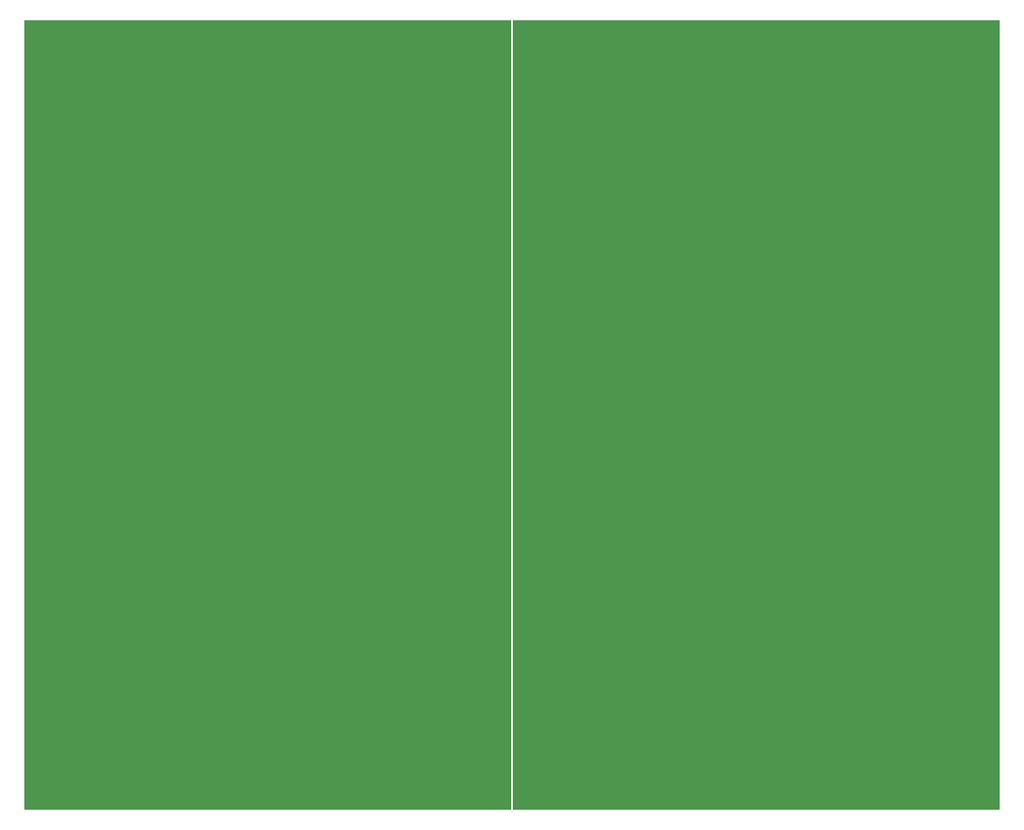
<source format=gbs>
%MOIN*%
%OFA0B0*%
%FSLAX25Y25*%
%IPPOS*%
%LPD*%
%AMOC8*
5,1,8,0,0,$1,22.5*%
%AMOC80*
5,1,8,0,0,$1,22.5*%
%ADD10R,2X3.25*%
%ADD11C,0.006000000000000001*%
%ADD22R,2X3.25*%
%ADD23C,0.006000000000000001*%
G75*
%LPD*%
D10*
X-0003937Y0070866D02*
X0097062Y0234366D03*
D11*
X0003649Y0081460D02*
X0004505Y0080317D01*
X0005513Y0079309D01*
X0006655Y0078452D01*
X0007908Y0077769D01*
X0009245Y0077271D01*
X0010639Y0076968D01*
X0012062Y0076866D01*
X0182062Y0076866D01*
X0183485Y0076968D01*
X0184878Y0077271D01*
X0186216Y0077769D01*
X0187468Y0078452D01*
X0188611Y0079309D01*
X0189619Y0080317D01*
X0190475Y0081460D01*
X0191157Y0082712D01*
X0191657Y0084049D01*
X0191960Y0085443D01*
X0192062Y0086866D01*
X0192062Y0381866D01*
X0191960Y0383289D01*
X0191657Y0384683D01*
X0191157Y0386020D01*
X0190475Y0387272D01*
X0189619Y0388415D01*
X0188611Y0389423D01*
X0187468Y0390279D01*
X0186216Y0390962D01*
X0184878Y0391461D01*
X0183485Y0391764D01*
X0182062Y0391866D01*
X0012062Y0391866D01*
X0010639Y0391764D01*
X0009245Y0391461D01*
X0007908Y0390962D01*
X0006655Y0390279D01*
X0005513Y0389423D01*
X0004505Y0388415D01*
X0003649Y0387272D01*
X0002966Y0386020D01*
X0002467Y0384683D01*
X0002164Y0383289D01*
X0002062Y0381866D01*
X0002062Y0086866D01*
X0002164Y0085443D01*
X0002467Y0084049D01*
X0002966Y0082712D01*
X0003649Y0081460D01*
X0003543Y0081654D02*
X0190581Y0081654D01*
X0190908Y0082253D02*
X0003216Y0082253D01*
X0002914Y0082851D02*
X0191210Y0082851D01*
X0191433Y0083450D02*
X0002690Y0083450D01*
X0002467Y0084047D02*
X0191657Y0084047D01*
X0191786Y0084646D02*
X0002337Y0084646D01*
X0002207Y0085245D02*
X0191917Y0085245D01*
X0191989Y0085844D02*
X0002134Y0085844D01*
X0002091Y0086442D02*
X0192032Y0086442D01*
X0192062Y0087041D02*
X0002062Y0087041D01*
X0002062Y0087639D02*
X0192062Y0087639D01*
X0192062Y0088238D02*
X0002062Y0088238D01*
X0002062Y0088836D02*
X0192062Y0088836D01*
X0192062Y0089434D02*
X0002062Y0089434D01*
X0002062Y0090033D02*
X0192062Y0090033D01*
X0192062Y0090632D02*
X0002062Y0090632D01*
X0002062Y0091230D02*
X0192062Y0091230D01*
X0192062Y0091829D02*
X0002062Y0091829D01*
X0002062Y0092427D02*
X0192062Y0092427D01*
X0192062Y0093026D02*
X0002062Y0093026D01*
X0002062Y0093624D02*
X0192062Y0093624D01*
X0192062Y0094223D02*
X0002062Y0094223D01*
X0002062Y0094821D02*
X0192062Y0094821D01*
X0192062Y0095420D02*
X0002062Y0095420D01*
X0002062Y0096018D02*
X0192062Y0096018D01*
X0192062Y0096617D02*
X0002062Y0096617D01*
X0002062Y0097215D02*
X0192062Y0097215D01*
X0192062Y0097814D02*
X0002062Y0097814D01*
X0002062Y0098411D02*
X0192062Y0098411D01*
X0192062Y0099011D02*
X0002062Y0099011D01*
X0002062Y0099609D02*
X0192062Y0099609D01*
X0192062Y0100208D02*
X0002062Y0100208D01*
X0002062Y0100806D02*
X0192062Y0100806D01*
X0192062Y0101404D02*
X0002062Y0101404D01*
X0002062Y0102003D02*
X0192062Y0102003D01*
X0192062Y0102602D02*
X0002062Y0102602D01*
X0002062Y0103200D02*
X0192062Y0103200D01*
X0192062Y0103799D02*
X0002062Y0103799D01*
X0002062Y0104397D02*
X0192062Y0104397D01*
X0192062Y0104996D02*
X0002062Y0104996D01*
X0002062Y0105595D02*
X0192062Y0105595D01*
X0192062Y0106193D02*
X0002062Y0106193D01*
X0002062Y0106792D02*
X0192062Y0106792D01*
X0192062Y0107390D02*
X0002062Y0107390D01*
X0002062Y0107989D02*
X0192062Y0107989D01*
X0192062Y0108586D02*
X0002062Y0108586D01*
X0002062Y0109186D02*
X0192062Y0109186D01*
X0192062Y0109783D02*
X0002062Y0109783D01*
X0002062Y0110383D02*
X0192062Y0110383D01*
X0192062Y0110981D02*
X0002062Y0110981D01*
X0002062Y0111579D02*
X0192062Y0111579D01*
X0192062Y0112178D02*
X0002062Y0112178D01*
X0002062Y0112777D02*
X0192062Y0112777D01*
X0192062Y0113375D02*
X0002062Y0113375D01*
X0002062Y0113974D02*
X0192062Y0113974D01*
X0192062Y0114572D02*
X0002062Y0114572D01*
X0002062Y0115171D02*
X0192062Y0115171D01*
X0192062Y0115769D02*
X0002062Y0115769D01*
X0002062Y0116368D02*
X0192062Y0116368D01*
X0192062Y0116965D02*
X0002062Y0116965D01*
X0002062Y0117565D02*
X0192062Y0117565D01*
X0192062Y0118163D02*
X0002062Y0118163D01*
X0002062Y0118761D02*
X0192062Y0118761D01*
X0192062Y0119360D02*
X0002062Y0119360D01*
X0002062Y0119959D02*
X0192062Y0119959D01*
X0192062Y0120557D02*
X0002062Y0120557D01*
X0002062Y0121156D02*
X0192062Y0121156D01*
X0192062Y0121754D02*
X0002062Y0121754D01*
X0002062Y0122353D02*
X0192062Y0122353D01*
X0192062Y0122951D02*
X0002062Y0122951D01*
X0002062Y0123550D02*
X0192062Y0123550D01*
X0192062Y0124147D02*
X0002062Y0124147D01*
X0002062Y0124747D02*
X0192062Y0124747D01*
X0192062Y0125345D02*
X0002062Y0125345D01*
X0002062Y0125943D02*
X0192062Y0125943D01*
X0192062Y0126542D02*
X0002062Y0126542D01*
X0002062Y0127141D02*
X0192062Y0127141D01*
X0192062Y0127739D02*
X0002062Y0127739D01*
X0002062Y0128338D02*
X0192062Y0128338D01*
X0192062Y0128936D02*
X0002062Y0128936D01*
X0002062Y0129535D02*
X0192062Y0129535D01*
X0192062Y0130134D02*
X0002062Y0130134D01*
X0002062Y0130732D02*
X0192062Y0130732D01*
X0192062Y0131331D02*
X0002062Y0131331D01*
X0002062Y0131929D02*
X0192062Y0131929D01*
X0192062Y0132528D02*
X0002062Y0132528D01*
X0002062Y0133126D02*
X0192062Y0133126D01*
X0192062Y0133725D02*
X0002062Y0133725D01*
X0002062Y0134323D02*
X0192062Y0134323D01*
X0192062Y0134922D02*
X0002062Y0134922D01*
X0002062Y0135519D02*
X0192062Y0135519D01*
X0192062Y0136119D02*
X0002062Y0136119D01*
X0002062Y0136717D02*
X0192062Y0136717D01*
X0192062Y0137316D02*
X0002062Y0137316D01*
X0002062Y0137914D02*
X0192062Y0137914D01*
X0192062Y0138513D02*
X0002062Y0138513D01*
X0002062Y0139110D02*
X0192062Y0139110D01*
X0192062Y0139710D02*
X0002062Y0139710D01*
X0002062Y0140308D02*
X0192062Y0140308D01*
X0192062Y0140907D02*
X0002062Y0140907D01*
X0002062Y0141505D02*
X0192062Y0141505D01*
X0192062Y0142104D02*
X0002062Y0142104D01*
X0002062Y0142702D02*
X0192062Y0142702D01*
X0192062Y0143301D02*
X0002062Y0143301D01*
X0002062Y0143899D02*
X0192062Y0143899D01*
X0192062Y0144498D02*
X0002062Y0144498D01*
X0002062Y0145096D02*
X0192062Y0145096D01*
X0192062Y0145695D02*
X0002062Y0145695D01*
X0002062Y0146293D02*
X0192062Y0146293D01*
X0192062Y0146892D02*
X0002062Y0146892D01*
X0002062Y0147490D02*
X0192062Y0147490D01*
X0192062Y0148089D02*
X0002062Y0148089D01*
X0002062Y0148687D02*
X0192062Y0148687D01*
X0192062Y0149286D02*
X0002062Y0149286D01*
X0002062Y0149884D02*
X0192062Y0149884D01*
X0192062Y0150482D02*
X0002062Y0150482D01*
X0002062Y0151081D02*
X0192062Y0151081D01*
X0192062Y0151680D02*
X0002062Y0151680D01*
X0002062Y0152278D02*
X0192062Y0152278D01*
X0192062Y0152877D02*
X0002062Y0152877D01*
X0002062Y0153475D02*
X0192062Y0153475D01*
X0192062Y0154073D02*
X0002062Y0154073D01*
X0002062Y0154672D02*
X0192062Y0154672D01*
X0192062Y0155271D02*
X0002062Y0155271D01*
X0002062Y0155869D02*
X0192062Y0155869D01*
X0192062Y0156468D02*
X0002062Y0156468D01*
X0002062Y0157067D02*
X0192062Y0157067D01*
X0192062Y0157665D02*
X0002062Y0157665D01*
X0002062Y0158264D02*
X0192062Y0158264D01*
X0192062Y0158862D02*
X0002062Y0158862D01*
X0002062Y0159461D02*
X0192062Y0159461D01*
X0192062Y0160059D02*
X0002062Y0160059D01*
X0002062Y0160658D02*
X0192062Y0160658D01*
X0192062Y0161256D02*
X0002062Y0161256D01*
X0002062Y0161855D02*
X0192062Y0161855D01*
X0192062Y0162453D02*
X0002062Y0162453D01*
X0002062Y0163052D02*
X0192062Y0163052D01*
X0192062Y0163649D02*
X0002062Y0163649D01*
X0002062Y0164249D02*
X0192062Y0164249D01*
X0192062Y0164847D02*
X0002062Y0164847D01*
X0002062Y0165446D02*
X0192062Y0165446D01*
X0192062Y0166044D02*
X0002062Y0166044D01*
X0002062Y0166643D02*
X0192062Y0166643D01*
X0192062Y0167241D02*
X0002062Y0167241D01*
X0002062Y0167840D02*
X0192062Y0167840D01*
X0192062Y0168438D02*
X0002062Y0168438D01*
X0002062Y0169037D02*
X0192062Y0169037D01*
X0192062Y0169635D02*
X0002062Y0169635D01*
X0002062Y0170234D02*
X0192062Y0170234D01*
X0192062Y0170832D02*
X0002062Y0170832D01*
X0002062Y0171431D02*
X0192062Y0171431D01*
X0192062Y0172029D02*
X0002062Y0172029D01*
X0002062Y0172628D02*
X0192062Y0172628D01*
X0192062Y0173226D02*
X0002062Y0173226D01*
X0002062Y0173825D02*
X0192062Y0173825D01*
X0192062Y0174423D02*
X0002062Y0174423D01*
X0002062Y0175022D02*
X0192062Y0175022D01*
X0192062Y0175620D02*
X0002062Y0175620D01*
X0002062Y0176219D02*
X0192062Y0176219D01*
X0192062Y0176817D02*
X0002062Y0176817D01*
X0002062Y0177416D02*
X0192062Y0177416D01*
X0192062Y0178014D02*
X0002062Y0178014D01*
X0002062Y0178612D02*
X0192062Y0178612D01*
X0192062Y0179211D02*
X0002062Y0179211D01*
X0002062Y0179810D02*
X0192062Y0179810D01*
X0192062Y0180408D02*
X0002062Y0180408D01*
X0002062Y0181007D02*
X0192062Y0181007D01*
X0192062Y0181605D02*
X0002062Y0181605D01*
X0002062Y0182204D02*
X0192062Y0182204D01*
X0192062Y0182803D02*
X0002062Y0182803D01*
X0002062Y0183401D02*
X0192062Y0183401D01*
X0192062Y0184000D02*
X0002062Y0184000D01*
X0002062Y0184598D02*
X0192062Y0184598D01*
X0192062Y0185197D02*
X0002062Y0185197D01*
X0002062Y0185795D02*
X0192062Y0185795D01*
X0192062Y0186394D02*
X0002062Y0186394D01*
X0002062Y0186992D02*
X0192062Y0186992D01*
X0192062Y0187591D02*
X0002062Y0187591D01*
X0002062Y0188189D02*
X0192062Y0188189D01*
X0192062Y0188788D02*
X0002062Y0188788D01*
X0002062Y0189386D02*
X0192062Y0189386D01*
X0192062Y0189985D02*
X0002062Y0189985D01*
X0002062Y0190583D02*
X0192062Y0190583D01*
X0192062Y0191182D02*
X0002062Y0191182D01*
X0002062Y0191780D02*
X0192062Y0191780D01*
X0192062Y0192379D02*
X0002062Y0192379D01*
X0002062Y0192977D02*
X0192062Y0192977D01*
X0192062Y0193575D02*
X0002062Y0193575D01*
X0002062Y0194174D02*
X0192062Y0194174D01*
X0192062Y0194773D02*
X0002062Y0194773D01*
X0002062Y0195371D02*
X0192062Y0195371D01*
X0192062Y0195970D02*
X0002062Y0195970D01*
X0002062Y0196568D02*
X0192062Y0196568D01*
X0192062Y0197166D02*
X0002062Y0197166D01*
X0002062Y0197765D02*
X0192062Y0197765D01*
X0192062Y0198364D02*
X0002062Y0198364D01*
X0002062Y0198962D02*
X0192062Y0198962D01*
X0192062Y0199561D02*
X0002062Y0199561D01*
X0002062Y0200159D02*
X0192062Y0200159D01*
X0192062Y0200758D02*
X0002062Y0200758D01*
X0002062Y0201356D02*
X0192062Y0201356D01*
X0192062Y0201955D02*
X0002062Y0201955D01*
X0002062Y0202552D02*
X0192062Y0202552D01*
X0192062Y0203152D02*
X0002062Y0203152D01*
X0002062Y0203750D02*
X0192062Y0203750D01*
X0192062Y0204348D02*
X0002062Y0204348D01*
X0002062Y0204947D02*
X0192062Y0204947D01*
X0192062Y0205546D02*
X0002062Y0205546D01*
X0002062Y0206144D02*
X0192062Y0206144D01*
X0192062Y0206743D02*
X0002062Y0206743D01*
X0002062Y0207341D02*
X0192062Y0207341D01*
X0192062Y0207940D02*
X0002062Y0207940D01*
X0002062Y0208537D02*
X0192062Y0208537D01*
X0192062Y0209137D02*
X0002062Y0209137D01*
X0002062Y0209736D02*
X0192062Y0209736D01*
X0192062Y0210334D02*
X0002062Y0210334D01*
X0002062Y0210933D02*
X0192062Y0210933D01*
X0192062Y0211531D02*
X0002062Y0211531D01*
X0002062Y0212130D02*
X0192062Y0212130D01*
X0192062Y0212727D02*
X0002062Y0212727D01*
X0002062Y0213327D02*
X0192062Y0213327D01*
X0192062Y0213925D02*
X0002062Y0213925D01*
X0002062Y0214523D02*
X0192062Y0214523D01*
X0192062Y0215122D02*
X0002062Y0215122D01*
X0002062Y0215721D02*
X0192062Y0215721D01*
X0192062Y0216319D02*
X0002062Y0216319D01*
X0002062Y0216918D02*
X0192062Y0216918D01*
X0192062Y0217516D02*
X0002062Y0217516D01*
X0002062Y0218115D02*
X0192062Y0218115D01*
X0192062Y0218712D02*
X0002062Y0218712D01*
X0002062Y0219312D02*
X0192062Y0219312D01*
X0192062Y0219910D02*
X0002062Y0219910D01*
X0002062Y0220509D02*
X0192062Y0220509D01*
X0192062Y0221107D02*
X0002062Y0221107D01*
X0002062Y0221706D02*
X0192062Y0221706D01*
X0192062Y0222304D02*
X0002062Y0222304D01*
X0002062Y0222902D02*
X0192062Y0222902D01*
X0192062Y0223501D02*
X0002062Y0223501D01*
X0002062Y0224100D02*
X0192062Y0224100D01*
X0192062Y0224698D02*
X0002062Y0224698D01*
X0002062Y0225297D02*
X0192062Y0225297D01*
X0192062Y0225895D02*
X0002062Y0225895D01*
X0002062Y0226494D02*
X0192062Y0226494D01*
X0192062Y0227091D02*
X0002062Y0227091D01*
X0002062Y0227691D02*
X0192062Y0227691D01*
X0192062Y0228289D02*
X0002062Y0228289D01*
X0002062Y0228887D02*
X0192062Y0228887D01*
X0192062Y0229486D02*
X0002062Y0229486D01*
X0002062Y0230085D02*
X0192062Y0230085D01*
X0192062Y0230683D02*
X0002062Y0230683D01*
X0002062Y0231282D02*
X0192062Y0231282D01*
X0192062Y0231880D02*
X0002062Y0231880D01*
X0002062Y0232479D02*
X0192062Y0232479D01*
X0192062Y0233076D02*
X0002062Y0233076D01*
X0002062Y0233676D02*
X0192062Y0233676D01*
X0192062Y0234274D02*
X0002062Y0234274D01*
X0002062Y0234873D02*
X0192062Y0234873D01*
X0192062Y0235471D02*
X0002062Y0235471D01*
X0002062Y0236070D02*
X0192062Y0236070D01*
X0192062Y0236669D02*
X0002062Y0236669D01*
X0002062Y0237266D02*
X0192062Y0237266D01*
X0192062Y0237866D02*
X0002062Y0237866D01*
X0002062Y0238464D02*
X0192062Y0238464D01*
X0192062Y0239062D02*
X0002062Y0239062D01*
X0002062Y0239661D02*
X0192062Y0239661D01*
X0192062Y0240260D02*
X0002062Y0240260D01*
X0002062Y0240858D02*
X0192062Y0240858D01*
X0192062Y0241457D02*
X0002062Y0241457D01*
X0002062Y0242055D02*
X0192062Y0242055D01*
X0192062Y0242654D02*
X0002062Y0242654D01*
X0002062Y0243251D02*
X0192062Y0243251D01*
X0192062Y0243851D02*
X0002062Y0243851D01*
X0002062Y0244449D02*
X0192062Y0244449D01*
X0192062Y0245048D02*
X0002062Y0245048D01*
X0002062Y0245646D02*
X0192062Y0245646D01*
X0192062Y0246245D02*
X0002062Y0246245D01*
X0002062Y0246843D02*
X0192062Y0246843D01*
X0192062Y0247441D02*
X0002062Y0247441D01*
X0002062Y0248040D02*
X0192062Y0248040D01*
X0192062Y0248639D02*
X0002062Y0248639D01*
X0002062Y0249237D02*
X0192062Y0249237D01*
X0192062Y0249836D02*
X0002062Y0249836D01*
X0002062Y0250434D02*
X0192062Y0250434D01*
X0192062Y0251033D02*
X0002062Y0251033D01*
X0002062Y0251630D02*
X0192062Y0251630D01*
X0192062Y0252230D02*
X0002062Y0252230D01*
X0002062Y0252828D02*
X0192062Y0252828D01*
X0192062Y0253426D02*
X0002062Y0253426D01*
X0002062Y0254025D02*
X0192062Y0254025D01*
X0192062Y0254624D02*
X0002062Y0254624D01*
X0002062Y0255221D02*
X0192062Y0255221D01*
X0192062Y0255821D02*
X0002062Y0255821D01*
X0002062Y0256419D02*
X0192062Y0256419D01*
X0192062Y0257018D02*
X0002062Y0257018D01*
X0002062Y0257615D02*
X0192062Y0257615D01*
X0192062Y0258215D02*
X0002062Y0258215D01*
X0002062Y0258813D02*
X0192062Y0258813D01*
X0192062Y0259412D02*
X0002062Y0259412D01*
X0002062Y0260010D02*
X0192062Y0260010D01*
X0192062Y0260608D02*
X0002062Y0260608D01*
X0002062Y0261207D02*
X0192062Y0261207D01*
X0192062Y0261805D02*
X0002062Y0261805D01*
X0002062Y0262405D02*
X0192062Y0262405D01*
X0192062Y0263003D02*
X0002062Y0263003D01*
X0002062Y0263602D02*
X0192062Y0263602D01*
X0192062Y0264200D02*
X0002062Y0264200D01*
X0002062Y0264799D02*
X0192062Y0264799D01*
X0192062Y0265397D02*
X0002062Y0265397D01*
X0002062Y0265996D02*
X0192062Y0265996D01*
X0192062Y0266593D02*
X0002062Y0266593D01*
X0002062Y0267193D02*
X0192062Y0267193D01*
X0192062Y0267791D02*
X0002062Y0267791D01*
X0002062Y0268390D02*
X0192062Y0268390D01*
X0192062Y0268988D02*
X0002062Y0268988D01*
X0002062Y0269587D02*
X0192062Y0269587D01*
X0192062Y0270185D02*
X0002062Y0270185D01*
X0002062Y0270784D02*
X0192062Y0270784D01*
X0192062Y0271382D02*
X0002062Y0271382D01*
X0002062Y0271980D02*
X0192062Y0271980D01*
X0192062Y0272579D02*
X0002062Y0272579D01*
X0002062Y0273178D02*
X0192062Y0273178D01*
X0192062Y0273776D02*
X0002062Y0273776D01*
X0002062Y0274375D02*
X0192062Y0274375D01*
X0192062Y0274973D02*
X0002062Y0274973D01*
X0002062Y0275572D02*
X0192062Y0275572D01*
X0192062Y0276170D02*
X0002062Y0276170D01*
X0002062Y0276769D02*
X0192062Y0276769D01*
X0192062Y0277367D02*
X0002062Y0277367D01*
X0002062Y0277965D02*
X0192062Y0277965D01*
X0192062Y0278564D02*
X0002062Y0278564D01*
X0002062Y0279162D02*
X0192062Y0279162D01*
X0192062Y0279760D02*
X0002062Y0279760D01*
X0002062Y0280360D02*
X0192062Y0280360D01*
X0192062Y0280958D02*
X0002062Y0280958D01*
X0002062Y0281557D02*
X0192062Y0281557D01*
X0192062Y0282155D02*
X0002062Y0282155D01*
X0002062Y0282754D02*
X0192062Y0282754D01*
X0192062Y0283352D02*
X0002062Y0283352D01*
X0002062Y0283951D02*
X0192062Y0283951D01*
X0192062Y0284549D02*
X0002062Y0284549D01*
X0002062Y0285147D02*
X0192062Y0285147D01*
X0192062Y0285746D02*
X0002062Y0285746D01*
X0002062Y0286345D02*
X0192062Y0286345D01*
X0192062Y0286943D02*
X0002062Y0286943D01*
X0002062Y0287542D02*
X0192062Y0287542D01*
X0192062Y0288140D02*
X0002062Y0288140D01*
X0002062Y0288739D02*
X0192062Y0288739D01*
X0192062Y0289338D02*
X0002062Y0289338D01*
X0002062Y0289936D02*
X0192062Y0289936D01*
X0192062Y0290534D02*
X0002062Y0290534D01*
X0002062Y0291132D02*
X0192062Y0291132D01*
X0192062Y0291732D02*
X0002062Y0291732D01*
X0002062Y0292330D02*
X0192062Y0292330D01*
X0192062Y0292929D02*
X0002062Y0292929D01*
X0002062Y0293527D02*
X0192062Y0293527D01*
X0192062Y0294126D02*
X0002062Y0294126D01*
X0002062Y0294724D02*
X0192062Y0294724D01*
X0192062Y0295323D02*
X0002062Y0295323D01*
X0002062Y0295921D02*
X0192062Y0295921D01*
X0192062Y0296519D02*
X0002062Y0296519D01*
X0002062Y0297118D02*
X0192062Y0297118D01*
X0192062Y0297717D02*
X0002062Y0297717D01*
X0002062Y0298315D02*
X0192062Y0298315D01*
X0192062Y0298914D02*
X0002062Y0298914D01*
X0002062Y0299512D02*
X0192062Y0299512D01*
X0192062Y0300111D02*
X0002062Y0300111D01*
X0002062Y0300709D02*
X0192062Y0300709D01*
X0192062Y0301308D02*
X0002062Y0301308D01*
X0002062Y0301906D02*
X0192062Y0301906D01*
X0192062Y0302504D02*
X0002062Y0302504D01*
X0002062Y0303103D02*
X0192062Y0303103D01*
X0192062Y0303701D02*
X0002062Y0303701D01*
X0002062Y0304300D02*
X0192062Y0304300D01*
X0192062Y0304899D02*
X0002062Y0304899D01*
X0002062Y0305497D02*
X0192062Y0305497D01*
X0192062Y0306096D02*
X0002062Y0306096D01*
X0002062Y0306694D02*
X0192062Y0306694D01*
X0192062Y0307293D02*
X0002062Y0307293D01*
X0002062Y0307891D02*
X0192062Y0307891D01*
X0192062Y0308490D02*
X0002062Y0308490D01*
X0002062Y0309088D02*
X0192062Y0309088D01*
X0192062Y0309686D02*
X0002062Y0309686D01*
X0002062Y0310285D02*
X0192062Y0310285D01*
X0192062Y0310884D02*
X0002062Y0310884D01*
X0002062Y0311482D02*
X0192062Y0311482D01*
X0192062Y0312081D02*
X0002062Y0312081D01*
X0002062Y0312679D02*
X0192062Y0312679D01*
X0192062Y0313278D02*
X0002062Y0313278D01*
X0002062Y0313876D02*
X0192062Y0313876D01*
X0192062Y0314475D02*
X0002062Y0314475D01*
X0002062Y0315073D02*
X0192062Y0315073D01*
X0192062Y0315672D02*
X0002062Y0315672D01*
X0002062Y0316271D02*
X0192062Y0316271D01*
X0192062Y0316869D02*
X0002062Y0316869D01*
X0002062Y0317468D02*
X0192062Y0317468D01*
X0192062Y0318066D02*
X0002062Y0318066D01*
X0002062Y0318665D02*
X0192062Y0318665D01*
X0192062Y0319263D02*
X0002062Y0319263D01*
X0002062Y0319862D02*
X0192062Y0319862D01*
X0192062Y0320460D02*
X0002062Y0320460D01*
X0002062Y0321058D02*
X0192062Y0321058D01*
X0192062Y0321657D02*
X0002062Y0321657D01*
X0002062Y0322255D02*
X0192062Y0322255D01*
X0192062Y0322854D02*
X0002062Y0322854D01*
X0002062Y0323453D02*
X0192062Y0323453D01*
X0192062Y0324051D02*
X0002062Y0324051D01*
X0002062Y0324650D02*
X0192062Y0324650D01*
X0192062Y0325248D02*
X0002062Y0325248D01*
X0002062Y0325847D02*
X0192062Y0325847D01*
X0192062Y0326445D02*
X0002062Y0326445D01*
X0002062Y0327044D02*
X0192062Y0327044D01*
X0192062Y0327642D02*
X0002062Y0327642D01*
X0002062Y0328240D02*
X0192062Y0328240D01*
X0192062Y0328839D02*
X0002062Y0328839D01*
X0002062Y0329438D02*
X0192062Y0329438D01*
X0192062Y0330036D02*
X0002062Y0330036D01*
X0002062Y0330635D02*
X0192062Y0330635D01*
X0192062Y0331233D02*
X0002062Y0331233D01*
X0002062Y0331832D02*
X0192062Y0331832D01*
X0192062Y0332430D02*
X0002062Y0332430D01*
X0002062Y0333029D02*
X0192062Y0333029D01*
X0192062Y0333627D02*
X0002062Y0333627D01*
X0002062Y0334225D02*
X0192062Y0334225D01*
X0192062Y0334824D02*
X0002062Y0334824D01*
X0002062Y0335423D02*
X0192062Y0335423D01*
X0192062Y0336021D02*
X0002062Y0336021D01*
X0002062Y0336620D02*
X0192062Y0336620D01*
X0192062Y0337218D02*
X0002062Y0337218D01*
X0002062Y0337817D02*
X0192062Y0337817D01*
X0192062Y0338415D02*
X0002062Y0338415D01*
X0002062Y0339014D02*
X0192062Y0339014D01*
X0192062Y0339612D02*
X0002062Y0339612D01*
X0002062Y0340211D02*
X0192062Y0340211D01*
X0192062Y0340809D02*
X0002062Y0340809D01*
X0002062Y0341408D02*
X0192062Y0341408D01*
X0192062Y0342007D02*
X0002062Y0342007D01*
X0002062Y0342605D02*
X0192062Y0342605D01*
X0192062Y0343204D02*
X0002062Y0343204D01*
X0002062Y0343802D02*
X0192062Y0343802D01*
X0192062Y0344401D02*
X0002062Y0344401D01*
X0002062Y0344999D02*
X0192062Y0344999D01*
X0192062Y0345597D02*
X0002062Y0345597D01*
X0002062Y0346196D02*
X0192062Y0346196D01*
X0192062Y0346794D02*
X0002062Y0346794D01*
X0002062Y0347393D02*
X0192062Y0347393D01*
X0192062Y0347992D02*
X0002062Y0347992D01*
X0002062Y0348590D02*
X0192062Y0348590D01*
X0192062Y0349189D02*
X0002062Y0349189D01*
X0002062Y0349787D02*
X0192062Y0349787D01*
X0192062Y0350386D02*
X0002062Y0350386D01*
X0002062Y0350984D02*
X0192062Y0350984D01*
X0192062Y0351583D02*
X0002062Y0351583D01*
X0002062Y0352181D02*
X0192062Y0352181D01*
X0192062Y0352779D02*
X0002062Y0352779D01*
X0002062Y0353378D02*
X0192062Y0353378D01*
X0192062Y0353977D02*
X0002062Y0353977D01*
X0002062Y0354575D02*
X0192062Y0354575D01*
X0192062Y0355174D02*
X0002062Y0355174D01*
X0002062Y0355772D02*
X0192062Y0355772D01*
X0192062Y0356371D02*
X0002062Y0356371D01*
X0002062Y0356969D02*
X0192062Y0356969D01*
X0192062Y0357568D02*
X0002062Y0357568D01*
X0002062Y0358166D02*
X0192062Y0358166D01*
X0192062Y0358765D02*
X0002062Y0358765D01*
X0002062Y0359363D02*
X0192062Y0359363D01*
X0192062Y0359962D02*
X0002062Y0359962D01*
X0002062Y0360560D02*
X0192062Y0360560D01*
X0192062Y0361159D02*
X0002062Y0361159D01*
X0002062Y0361757D02*
X0192062Y0361757D01*
X0192062Y0362356D02*
X0002062Y0362356D01*
X0002062Y0362954D02*
X0192062Y0362954D01*
X0192062Y0363553D02*
X0002062Y0363553D01*
X0002062Y0364151D02*
X0192062Y0364151D01*
X0192062Y0364750D02*
X0002062Y0364750D01*
X0002062Y0365348D02*
X0192062Y0365348D01*
X0192062Y0365947D02*
X0002062Y0365947D01*
X0002062Y0366545D02*
X0192062Y0366545D01*
X0192062Y0367144D02*
X0002062Y0367144D01*
X0002062Y0367743D02*
X0192062Y0367743D01*
X0192062Y0368341D02*
X0002062Y0368341D01*
X0002062Y0368940D02*
X0192062Y0368940D01*
X0192062Y0369538D02*
X0002062Y0369538D01*
X0002062Y0370137D02*
X0192062Y0370137D01*
X0192062Y0370735D02*
X0002062Y0370735D01*
X0002062Y0371333D02*
X0192062Y0371333D01*
X0192062Y0371932D02*
X0002062Y0371932D01*
X0002062Y0372531D02*
X0192062Y0372531D01*
X0192062Y0373129D02*
X0002062Y0373129D01*
X0002062Y0373728D02*
X0192062Y0373728D01*
X0192062Y0374326D02*
X0002062Y0374326D01*
X0002062Y0374925D02*
X0192062Y0374925D01*
X0192062Y0375523D02*
X0002062Y0375523D01*
X0002062Y0376122D02*
X0192062Y0376122D01*
X0192062Y0376720D02*
X0002062Y0376720D01*
X0002062Y0377318D02*
X0192062Y0377318D01*
X0192062Y0377917D02*
X0002062Y0377917D01*
X0002062Y0378516D02*
X0192062Y0378516D01*
X0192062Y0379114D02*
X0002062Y0379114D01*
X0002062Y0379713D02*
X0192062Y0379713D01*
X0192062Y0380311D02*
X0002062Y0380311D01*
X0002062Y0380910D02*
X0192062Y0380910D01*
X0192062Y0381508D02*
X0002062Y0381508D01*
X0002079Y0382107D02*
X0192045Y0382107D01*
X0192002Y0382705D02*
X0002122Y0382705D01*
X0002167Y0383304D02*
X0191957Y0383304D01*
X0191826Y0383902D02*
X0002297Y0383902D01*
X0002427Y0384501D02*
X0191697Y0384501D01*
X0191502Y0385099D02*
X0002622Y0385099D01*
X0002845Y0385698D02*
X0191279Y0385698D01*
X0191008Y0386296D02*
X0003117Y0386296D01*
X0003443Y0386895D02*
X0190681Y0386895D01*
X0190309Y0387493D02*
X0003815Y0387493D01*
X0004263Y0388092D02*
X0189861Y0388092D01*
X0189344Y0388690D02*
X0004780Y0388690D01*
X0005378Y0389289D02*
X0188745Y0389289D01*
X0187991Y0389887D02*
X0006133Y0389887D01*
X0007035Y0390486D02*
X0187089Y0390486D01*
X0185889Y0391084D02*
X0008235Y0391084D01*
X0010265Y0391683D02*
X0183859Y0391683D01*
X0190172Y0081056D02*
X0003952Y0081056D01*
X0004400Y0080457D02*
X0189724Y0080457D01*
X0189160Y0079859D02*
X0004963Y0079859D01*
X0005578Y0079259D02*
X0188546Y0079259D01*
X0187746Y0078662D02*
X0006378Y0078662D01*
X0007371Y0078063D02*
X0186753Y0078063D01*
X0185398Y0077465D02*
X0008726Y0077465D01*
X0012062Y0076866D02*
X0037062Y0076866D01*
X0182062Y0076866D01*
G04 next file*
%LPD*%
G75*
D22*
X0196850Y0070866D02*
X0297850Y0234366D03*
D23*
X0204436Y0081460D02*
X0205293Y0080317D01*
X0206300Y0079309D01*
X0207444Y0078452D01*
X0208696Y0077769D01*
X0210033Y0077271D01*
X0211427Y0076968D01*
X0212849Y0076866D01*
X0382850Y0076866D01*
X0384273Y0076968D01*
X0385667Y0077271D01*
X0387004Y0077769D01*
X0388256Y0078452D01*
X0389398Y0079309D01*
X0390407Y0080317D01*
X0391263Y0081460D01*
X0391946Y0082712D01*
X0392445Y0084049D01*
X0392748Y0085443D01*
X0392850Y0086866D01*
X0392850Y0381866D01*
X0392748Y0383289D01*
X0392445Y0384683D01*
X0391946Y0386020D01*
X0391263Y0387272D01*
X0390407Y0388415D01*
X0389398Y0389423D01*
X0388256Y0390279D01*
X0387004Y0390962D01*
X0385667Y0391461D01*
X0384273Y0391764D01*
X0382850Y0391866D01*
X0212849Y0391866D01*
X0211427Y0391764D01*
X0210033Y0391461D01*
X0208696Y0390962D01*
X0207444Y0390279D01*
X0206300Y0389423D01*
X0205293Y0388415D01*
X0204436Y0387272D01*
X0203754Y0386020D01*
X0203255Y0384683D01*
X0202952Y0383289D01*
X0202850Y0381866D01*
X0202850Y0086866D01*
X0202952Y0085443D01*
X0203255Y0084049D01*
X0203754Y0082712D01*
X0204436Y0081460D01*
X0204331Y0081654D02*
X0391369Y0081654D01*
X0391696Y0082253D02*
X0204003Y0082253D01*
X0203702Y0082851D02*
X0391998Y0082851D01*
X0392221Y0083450D02*
X0203478Y0083450D01*
X0203255Y0084047D02*
X0392445Y0084047D01*
X0392575Y0084646D02*
X0203125Y0084646D01*
X0202995Y0085245D02*
X0392705Y0085245D01*
X0392777Y0085844D02*
X0202923Y0085844D01*
X0202880Y0086442D02*
X0392819Y0086442D01*
X0392850Y0087041D02*
X0202850Y0087041D01*
X0202850Y0087639D02*
X0392850Y0087639D01*
X0392850Y0088238D02*
X0202850Y0088238D01*
X0202850Y0088836D02*
X0392850Y0088836D01*
X0392850Y0089434D02*
X0202850Y0089434D01*
X0202850Y0090033D02*
X0392850Y0090033D01*
X0392850Y0090632D02*
X0202850Y0090632D01*
X0202850Y0091230D02*
X0392850Y0091230D01*
X0392850Y0091829D02*
X0202850Y0091829D01*
X0202850Y0092427D02*
X0392850Y0092427D01*
X0392850Y0093026D02*
X0202850Y0093026D01*
X0202850Y0093624D02*
X0392850Y0093624D01*
X0392850Y0094223D02*
X0202850Y0094223D01*
X0202850Y0094821D02*
X0392850Y0094821D01*
X0392850Y0095420D02*
X0202850Y0095420D01*
X0202850Y0096018D02*
X0392850Y0096018D01*
X0392850Y0096617D02*
X0202850Y0096617D01*
X0202850Y0097215D02*
X0392850Y0097215D01*
X0392850Y0097814D02*
X0202850Y0097814D01*
X0202850Y0098411D02*
X0392850Y0098411D01*
X0392850Y0099011D02*
X0202850Y0099011D01*
X0202850Y0099609D02*
X0392850Y0099609D01*
X0392850Y0100208D02*
X0202850Y0100208D01*
X0202850Y0100806D02*
X0392850Y0100806D01*
X0392850Y0101404D02*
X0202850Y0101404D01*
X0202850Y0102003D02*
X0392850Y0102003D01*
X0392850Y0102602D02*
X0202850Y0102602D01*
X0202850Y0103200D02*
X0392850Y0103200D01*
X0392850Y0103799D02*
X0202850Y0103799D01*
X0202850Y0104397D02*
X0392850Y0104397D01*
X0392850Y0104996D02*
X0202850Y0104996D01*
X0202850Y0105595D02*
X0392850Y0105595D01*
X0392850Y0106193D02*
X0202850Y0106193D01*
X0202850Y0106792D02*
X0392850Y0106792D01*
X0392850Y0107390D02*
X0202850Y0107390D01*
X0202850Y0107989D02*
X0392850Y0107989D01*
X0392850Y0108586D02*
X0202850Y0108586D01*
X0202850Y0109186D02*
X0392850Y0109186D01*
X0392850Y0109783D02*
X0202850Y0109783D01*
X0202850Y0110383D02*
X0392850Y0110383D01*
X0392850Y0110981D02*
X0202850Y0110981D01*
X0202850Y0111579D02*
X0392850Y0111579D01*
X0392850Y0112178D02*
X0202850Y0112178D01*
X0202850Y0112777D02*
X0392850Y0112777D01*
X0392850Y0113375D02*
X0202850Y0113375D01*
X0202850Y0113974D02*
X0392850Y0113974D01*
X0392850Y0114572D02*
X0202850Y0114572D01*
X0202850Y0115171D02*
X0392850Y0115171D01*
X0392850Y0115769D02*
X0202850Y0115769D01*
X0202850Y0116368D02*
X0392850Y0116368D01*
X0392850Y0116965D02*
X0202850Y0116965D01*
X0202850Y0117565D02*
X0392850Y0117565D01*
X0392850Y0118163D02*
X0202850Y0118163D01*
X0202850Y0118761D02*
X0392850Y0118761D01*
X0392850Y0119360D02*
X0202850Y0119360D01*
X0202850Y0119959D02*
X0392850Y0119959D01*
X0392850Y0120557D02*
X0202850Y0120557D01*
X0202850Y0121156D02*
X0392850Y0121156D01*
X0392850Y0121754D02*
X0202850Y0121754D01*
X0202850Y0122353D02*
X0392850Y0122353D01*
X0392850Y0122951D02*
X0202850Y0122951D01*
X0202850Y0123550D02*
X0392850Y0123550D01*
X0392850Y0124147D02*
X0202850Y0124147D01*
X0202850Y0124747D02*
X0392850Y0124747D01*
X0392850Y0125345D02*
X0202850Y0125345D01*
X0202850Y0125943D02*
X0392850Y0125943D01*
X0392850Y0126542D02*
X0202850Y0126542D01*
X0202850Y0127141D02*
X0392850Y0127141D01*
X0392850Y0127739D02*
X0202850Y0127739D01*
X0202850Y0128338D02*
X0392850Y0128338D01*
X0392850Y0128936D02*
X0202850Y0128936D01*
X0202850Y0129535D02*
X0392850Y0129535D01*
X0392850Y0130134D02*
X0202850Y0130134D01*
X0202850Y0130732D02*
X0392850Y0130732D01*
X0392850Y0131331D02*
X0202850Y0131331D01*
X0202850Y0131929D02*
X0392850Y0131929D01*
X0392850Y0132528D02*
X0202850Y0132528D01*
X0202850Y0133126D02*
X0392850Y0133126D01*
X0392850Y0133725D02*
X0202850Y0133725D01*
X0202850Y0134323D02*
X0392850Y0134323D01*
X0392850Y0134922D02*
X0202850Y0134922D01*
X0202850Y0135519D02*
X0392850Y0135519D01*
X0392850Y0136119D02*
X0202850Y0136119D01*
X0202850Y0136717D02*
X0392850Y0136717D01*
X0392850Y0137316D02*
X0202850Y0137316D01*
X0202850Y0137914D02*
X0392850Y0137914D01*
X0392850Y0138513D02*
X0202850Y0138513D01*
X0202850Y0139110D02*
X0392850Y0139110D01*
X0392850Y0139710D02*
X0202850Y0139710D01*
X0202850Y0140308D02*
X0392850Y0140308D01*
X0392850Y0140907D02*
X0202850Y0140907D01*
X0202850Y0141505D02*
X0392850Y0141505D01*
X0392850Y0142104D02*
X0202850Y0142104D01*
X0202850Y0142702D02*
X0392850Y0142702D01*
X0392850Y0143301D02*
X0202850Y0143301D01*
X0202850Y0143899D02*
X0392850Y0143899D01*
X0392850Y0144498D02*
X0202850Y0144498D01*
X0202850Y0145096D02*
X0392850Y0145096D01*
X0392850Y0145695D02*
X0202850Y0145695D01*
X0202850Y0146293D02*
X0392850Y0146293D01*
X0392850Y0146892D02*
X0202850Y0146892D01*
X0202850Y0147490D02*
X0392850Y0147490D01*
X0392850Y0148089D02*
X0202850Y0148089D01*
X0202850Y0148687D02*
X0392850Y0148687D01*
X0392850Y0149286D02*
X0202850Y0149286D01*
X0202850Y0149884D02*
X0392850Y0149884D01*
X0392850Y0150482D02*
X0202850Y0150482D01*
X0202850Y0151081D02*
X0392850Y0151081D01*
X0392850Y0151680D02*
X0202850Y0151680D01*
X0202850Y0152278D02*
X0392850Y0152278D01*
X0392850Y0152877D02*
X0202850Y0152877D01*
X0202850Y0153475D02*
X0392850Y0153475D01*
X0392850Y0154073D02*
X0202850Y0154073D01*
X0202850Y0154672D02*
X0392850Y0154672D01*
X0392850Y0155271D02*
X0202850Y0155271D01*
X0202850Y0155869D02*
X0392850Y0155869D01*
X0392850Y0156468D02*
X0202850Y0156468D01*
X0202850Y0157067D02*
X0392850Y0157067D01*
X0392850Y0157665D02*
X0202850Y0157665D01*
X0202850Y0158264D02*
X0392850Y0158264D01*
X0392850Y0158862D02*
X0202850Y0158862D01*
X0202850Y0159461D02*
X0392850Y0159461D01*
X0392850Y0160059D02*
X0202850Y0160059D01*
X0202850Y0160658D02*
X0392850Y0160658D01*
X0392850Y0161256D02*
X0202850Y0161256D01*
X0202850Y0161855D02*
X0392850Y0161855D01*
X0392850Y0162453D02*
X0202850Y0162453D01*
X0202850Y0163052D02*
X0392850Y0163052D01*
X0392850Y0163649D02*
X0202850Y0163649D01*
X0202850Y0164249D02*
X0392850Y0164249D01*
X0392850Y0164847D02*
X0202850Y0164847D01*
X0202850Y0165446D02*
X0392850Y0165446D01*
X0392850Y0166044D02*
X0202850Y0166044D01*
X0202850Y0166643D02*
X0392850Y0166643D01*
X0392850Y0167241D02*
X0202850Y0167241D01*
X0202850Y0167840D02*
X0392850Y0167840D01*
X0392850Y0168438D02*
X0202850Y0168438D01*
X0202850Y0169037D02*
X0392850Y0169037D01*
X0392850Y0169635D02*
X0202850Y0169635D01*
X0202850Y0170234D02*
X0392850Y0170234D01*
X0392850Y0170832D02*
X0202850Y0170832D01*
X0202850Y0171431D02*
X0392850Y0171431D01*
X0392850Y0172029D02*
X0202850Y0172029D01*
X0202850Y0172628D02*
X0392850Y0172628D01*
X0392850Y0173226D02*
X0202850Y0173226D01*
X0202850Y0173825D02*
X0392850Y0173825D01*
X0392850Y0174423D02*
X0202850Y0174423D01*
X0202850Y0175022D02*
X0392850Y0175022D01*
X0392850Y0175620D02*
X0202850Y0175620D01*
X0202850Y0176219D02*
X0392850Y0176219D01*
X0392850Y0176817D02*
X0202850Y0176817D01*
X0202850Y0177416D02*
X0392850Y0177416D01*
X0392850Y0178014D02*
X0202850Y0178014D01*
X0202850Y0178612D02*
X0392850Y0178612D01*
X0392850Y0179211D02*
X0202850Y0179211D01*
X0202850Y0179810D02*
X0392850Y0179810D01*
X0392850Y0180408D02*
X0202850Y0180408D01*
X0202850Y0181007D02*
X0392850Y0181007D01*
X0392850Y0181605D02*
X0202850Y0181605D01*
X0202850Y0182204D02*
X0392850Y0182204D01*
X0392850Y0182803D02*
X0202850Y0182803D01*
X0202850Y0183401D02*
X0392850Y0183401D01*
X0392850Y0184000D02*
X0202850Y0184000D01*
X0202850Y0184598D02*
X0392850Y0184598D01*
X0392850Y0185197D02*
X0202850Y0185197D01*
X0202850Y0185795D02*
X0392850Y0185795D01*
X0392850Y0186394D02*
X0202850Y0186394D01*
X0202850Y0186992D02*
X0392850Y0186992D01*
X0392850Y0187591D02*
X0202850Y0187591D01*
X0202850Y0188189D02*
X0392850Y0188189D01*
X0392850Y0188788D02*
X0202850Y0188788D01*
X0202850Y0189386D02*
X0392850Y0189386D01*
X0392850Y0189985D02*
X0202850Y0189985D01*
X0202850Y0190583D02*
X0392850Y0190583D01*
X0392850Y0191182D02*
X0202850Y0191182D01*
X0202850Y0191780D02*
X0392850Y0191780D01*
X0392850Y0192379D02*
X0202850Y0192379D01*
X0202850Y0192977D02*
X0392850Y0192977D01*
X0392850Y0193575D02*
X0202850Y0193575D01*
X0202850Y0194174D02*
X0392850Y0194174D01*
X0392850Y0194773D02*
X0202850Y0194773D01*
X0202850Y0195371D02*
X0392850Y0195371D01*
X0392850Y0195970D02*
X0202850Y0195970D01*
X0202850Y0196568D02*
X0392850Y0196568D01*
X0392850Y0197166D02*
X0202850Y0197166D01*
X0202850Y0197765D02*
X0392850Y0197765D01*
X0392850Y0198364D02*
X0202850Y0198364D01*
X0202850Y0198962D02*
X0392850Y0198962D01*
X0392850Y0199561D02*
X0202850Y0199561D01*
X0202850Y0200159D02*
X0392850Y0200159D01*
X0392850Y0200758D02*
X0202850Y0200758D01*
X0202850Y0201356D02*
X0392850Y0201356D01*
X0392850Y0201955D02*
X0202850Y0201955D01*
X0202850Y0202552D02*
X0392850Y0202552D01*
X0392850Y0203152D02*
X0202850Y0203152D01*
X0202850Y0203750D02*
X0392850Y0203750D01*
X0392850Y0204348D02*
X0202850Y0204348D01*
X0202850Y0204947D02*
X0392850Y0204947D01*
X0392850Y0205546D02*
X0202850Y0205546D01*
X0202850Y0206144D02*
X0392850Y0206144D01*
X0392850Y0206743D02*
X0202850Y0206743D01*
X0202850Y0207341D02*
X0392850Y0207341D01*
X0392850Y0207940D02*
X0202850Y0207940D01*
X0202850Y0208537D02*
X0392850Y0208537D01*
X0392850Y0209137D02*
X0202850Y0209137D01*
X0202850Y0209736D02*
X0392850Y0209736D01*
X0392850Y0210334D02*
X0202850Y0210334D01*
X0202850Y0210933D02*
X0392850Y0210933D01*
X0392850Y0211531D02*
X0202850Y0211531D01*
X0202850Y0212130D02*
X0392850Y0212130D01*
X0392850Y0212727D02*
X0202850Y0212727D01*
X0202850Y0213327D02*
X0392850Y0213327D01*
X0392850Y0213925D02*
X0202850Y0213925D01*
X0202850Y0214523D02*
X0392850Y0214523D01*
X0392850Y0215122D02*
X0202850Y0215122D01*
X0202850Y0215721D02*
X0392850Y0215721D01*
X0392850Y0216319D02*
X0202850Y0216319D01*
X0202850Y0216918D02*
X0392850Y0216918D01*
X0392850Y0217516D02*
X0202850Y0217516D01*
X0202850Y0218115D02*
X0392850Y0218115D01*
X0392850Y0218712D02*
X0202850Y0218712D01*
X0202850Y0219312D02*
X0392850Y0219312D01*
X0392850Y0219910D02*
X0202850Y0219910D01*
X0202850Y0220509D02*
X0392850Y0220509D01*
X0392850Y0221107D02*
X0202850Y0221107D01*
X0202850Y0221706D02*
X0392850Y0221706D01*
X0392850Y0222304D02*
X0202850Y0222304D01*
X0202850Y0222902D02*
X0392850Y0222902D01*
X0392850Y0223501D02*
X0202850Y0223501D01*
X0202850Y0224100D02*
X0392850Y0224100D01*
X0392850Y0224698D02*
X0202850Y0224698D01*
X0202850Y0225297D02*
X0392850Y0225297D01*
X0392850Y0225895D02*
X0202850Y0225895D01*
X0202850Y0226494D02*
X0392850Y0226494D01*
X0392850Y0227091D02*
X0202850Y0227091D01*
X0202850Y0227691D02*
X0392850Y0227691D01*
X0392850Y0228289D02*
X0202850Y0228289D01*
X0202850Y0228887D02*
X0392850Y0228887D01*
X0392850Y0229486D02*
X0202850Y0229486D01*
X0202850Y0230085D02*
X0392850Y0230085D01*
X0392850Y0230683D02*
X0202850Y0230683D01*
X0202850Y0231282D02*
X0392850Y0231282D01*
X0392850Y0231880D02*
X0202850Y0231880D01*
X0202850Y0232479D02*
X0392850Y0232479D01*
X0392850Y0233076D02*
X0202850Y0233076D01*
X0202850Y0233676D02*
X0392850Y0233676D01*
X0392850Y0234274D02*
X0202850Y0234274D01*
X0202850Y0234873D02*
X0392850Y0234873D01*
X0392850Y0235471D02*
X0202850Y0235471D01*
X0202850Y0236070D02*
X0392850Y0236070D01*
X0392850Y0236669D02*
X0202850Y0236669D01*
X0202850Y0237266D02*
X0392850Y0237266D01*
X0392850Y0237866D02*
X0202850Y0237866D01*
X0202850Y0238464D02*
X0392850Y0238464D01*
X0392850Y0239062D02*
X0202850Y0239062D01*
X0202850Y0239661D02*
X0392850Y0239661D01*
X0392850Y0240260D02*
X0202850Y0240260D01*
X0202850Y0240858D02*
X0392850Y0240858D01*
X0392850Y0241457D02*
X0202850Y0241457D01*
X0202850Y0242055D02*
X0392850Y0242055D01*
X0392850Y0242654D02*
X0202850Y0242654D01*
X0202850Y0243251D02*
X0392850Y0243251D01*
X0392850Y0243851D02*
X0202850Y0243851D01*
X0202850Y0244449D02*
X0392850Y0244449D01*
X0392850Y0245048D02*
X0202850Y0245048D01*
X0202850Y0245646D02*
X0392850Y0245646D01*
X0392850Y0246245D02*
X0202850Y0246245D01*
X0202850Y0246843D02*
X0392850Y0246843D01*
X0392850Y0247441D02*
X0202850Y0247441D01*
X0202850Y0248040D02*
X0392850Y0248040D01*
X0392850Y0248639D02*
X0202850Y0248639D01*
X0202850Y0249237D02*
X0392850Y0249237D01*
X0392850Y0249836D02*
X0202850Y0249836D01*
X0202850Y0250434D02*
X0392850Y0250434D01*
X0392850Y0251033D02*
X0202850Y0251033D01*
X0202850Y0251630D02*
X0392850Y0251630D01*
X0392850Y0252230D02*
X0202850Y0252230D01*
X0202850Y0252828D02*
X0392850Y0252828D01*
X0392850Y0253426D02*
X0202850Y0253426D01*
X0202850Y0254025D02*
X0392850Y0254025D01*
X0392850Y0254624D02*
X0202850Y0254624D01*
X0202850Y0255221D02*
X0392850Y0255221D01*
X0392850Y0255821D02*
X0202850Y0255821D01*
X0202850Y0256419D02*
X0392850Y0256419D01*
X0392850Y0257018D02*
X0202850Y0257018D01*
X0202850Y0257615D02*
X0392850Y0257615D01*
X0392850Y0258215D02*
X0202850Y0258215D01*
X0202850Y0258813D02*
X0392850Y0258813D01*
X0392850Y0259412D02*
X0202850Y0259412D01*
X0202850Y0260010D02*
X0392850Y0260010D01*
X0392850Y0260608D02*
X0202850Y0260608D01*
X0202850Y0261207D02*
X0392850Y0261207D01*
X0392850Y0261805D02*
X0202850Y0261805D01*
X0202850Y0262405D02*
X0392850Y0262405D01*
X0392850Y0263003D02*
X0202850Y0263003D01*
X0202850Y0263602D02*
X0392850Y0263602D01*
X0392850Y0264200D02*
X0202850Y0264200D01*
X0202850Y0264799D02*
X0392850Y0264799D01*
X0392850Y0265397D02*
X0202850Y0265397D01*
X0202850Y0265996D02*
X0392850Y0265996D01*
X0392850Y0266593D02*
X0202850Y0266593D01*
X0202850Y0267193D02*
X0392850Y0267193D01*
X0392850Y0267791D02*
X0202850Y0267791D01*
X0202850Y0268390D02*
X0392850Y0268390D01*
X0392850Y0268988D02*
X0202850Y0268988D01*
X0202850Y0269587D02*
X0392850Y0269587D01*
X0392850Y0270185D02*
X0202850Y0270185D01*
X0202850Y0270784D02*
X0392850Y0270784D01*
X0392850Y0271382D02*
X0202850Y0271382D01*
X0202850Y0271980D02*
X0392850Y0271980D01*
X0392850Y0272579D02*
X0202850Y0272579D01*
X0202850Y0273178D02*
X0392850Y0273178D01*
X0392850Y0273776D02*
X0202850Y0273776D01*
X0202850Y0274375D02*
X0392850Y0274375D01*
X0392850Y0274973D02*
X0202850Y0274973D01*
X0202850Y0275572D02*
X0392850Y0275572D01*
X0392850Y0276170D02*
X0202850Y0276170D01*
X0202850Y0276769D02*
X0392850Y0276769D01*
X0392850Y0277367D02*
X0202850Y0277367D01*
X0202850Y0277965D02*
X0392850Y0277965D01*
X0392850Y0278564D02*
X0202850Y0278564D01*
X0202850Y0279162D02*
X0392850Y0279162D01*
X0392850Y0279760D02*
X0202850Y0279760D01*
X0202850Y0280360D02*
X0392850Y0280360D01*
X0392850Y0280958D02*
X0202850Y0280958D01*
X0202850Y0281557D02*
X0392850Y0281557D01*
X0392850Y0282155D02*
X0202850Y0282155D01*
X0202850Y0282754D02*
X0392850Y0282754D01*
X0392850Y0283352D02*
X0202850Y0283352D01*
X0202850Y0283951D02*
X0392850Y0283951D01*
X0392850Y0284549D02*
X0202850Y0284549D01*
X0202850Y0285147D02*
X0392850Y0285147D01*
X0392850Y0285746D02*
X0202850Y0285746D01*
X0202850Y0286345D02*
X0392850Y0286345D01*
X0392850Y0286943D02*
X0202850Y0286943D01*
X0202850Y0287542D02*
X0392850Y0287542D01*
X0392850Y0288140D02*
X0202850Y0288140D01*
X0202850Y0288739D02*
X0392850Y0288739D01*
X0392850Y0289338D02*
X0202850Y0289338D01*
X0202850Y0289936D02*
X0392850Y0289936D01*
X0392850Y0290534D02*
X0202850Y0290534D01*
X0202850Y0291132D02*
X0392850Y0291132D01*
X0392850Y0291732D02*
X0202850Y0291732D01*
X0202850Y0292330D02*
X0392850Y0292330D01*
X0392850Y0292929D02*
X0202850Y0292929D01*
X0202850Y0293527D02*
X0392850Y0293527D01*
X0392850Y0294126D02*
X0202850Y0294126D01*
X0202850Y0294724D02*
X0392850Y0294724D01*
X0392850Y0295323D02*
X0202850Y0295323D01*
X0202850Y0295921D02*
X0392850Y0295921D01*
X0392850Y0296519D02*
X0202850Y0296519D01*
X0202850Y0297118D02*
X0392850Y0297118D01*
X0392850Y0297717D02*
X0202850Y0297717D01*
X0202850Y0298315D02*
X0392850Y0298315D01*
X0392850Y0298914D02*
X0202850Y0298914D01*
X0202850Y0299512D02*
X0392850Y0299512D01*
X0392850Y0300111D02*
X0202850Y0300111D01*
X0202850Y0300709D02*
X0392850Y0300709D01*
X0392850Y0301308D02*
X0202850Y0301308D01*
X0202850Y0301906D02*
X0392850Y0301906D01*
X0392850Y0302504D02*
X0202850Y0302504D01*
X0202850Y0303103D02*
X0392850Y0303103D01*
X0392850Y0303701D02*
X0202850Y0303701D01*
X0202850Y0304300D02*
X0392850Y0304300D01*
X0392850Y0304899D02*
X0202850Y0304899D01*
X0202850Y0305497D02*
X0392850Y0305497D01*
X0392850Y0306096D02*
X0202850Y0306096D01*
X0202850Y0306694D02*
X0392850Y0306694D01*
X0392850Y0307293D02*
X0202850Y0307293D01*
X0202850Y0307891D02*
X0392850Y0307891D01*
X0392850Y0308490D02*
X0202850Y0308490D01*
X0202850Y0309088D02*
X0392850Y0309088D01*
X0392850Y0309686D02*
X0202850Y0309686D01*
X0202850Y0310285D02*
X0392850Y0310285D01*
X0392850Y0310884D02*
X0202850Y0310884D01*
X0202850Y0311482D02*
X0392850Y0311482D01*
X0392850Y0312081D02*
X0202850Y0312081D01*
X0202850Y0312679D02*
X0392850Y0312679D01*
X0392850Y0313278D02*
X0202850Y0313278D01*
X0202850Y0313876D02*
X0392850Y0313876D01*
X0392850Y0314475D02*
X0202850Y0314475D01*
X0202850Y0315073D02*
X0392850Y0315073D01*
X0392850Y0315672D02*
X0202850Y0315672D01*
X0202850Y0316271D02*
X0392850Y0316271D01*
X0392850Y0316869D02*
X0202850Y0316869D01*
X0202850Y0317468D02*
X0392850Y0317468D01*
X0392850Y0318066D02*
X0202850Y0318066D01*
X0202850Y0318665D02*
X0392850Y0318665D01*
X0392850Y0319263D02*
X0202850Y0319263D01*
X0202850Y0319862D02*
X0392850Y0319862D01*
X0392850Y0320460D02*
X0202850Y0320460D01*
X0202850Y0321058D02*
X0392850Y0321058D01*
X0392850Y0321657D02*
X0202850Y0321657D01*
X0202850Y0322255D02*
X0392850Y0322255D01*
X0392850Y0322854D02*
X0202850Y0322854D01*
X0202850Y0323453D02*
X0392850Y0323453D01*
X0392850Y0324051D02*
X0202850Y0324051D01*
X0202850Y0324650D02*
X0392850Y0324650D01*
X0392850Y0325248D02*
X0202850Y0325248D01*
X0202850Y0325847D02*
X0392850Y0325847D01*
X0392850Y0326445D02*
X0202850Y0326445D01*
X0202850Y0327044D02*
X0392850Y0327044D01*
X0392850Y0327642D02*
X0202850Y0327642D01*
X0202850Y0328240D02*
X0392850Y0328240D01*
X0392850Y0328839D02*
X0202850Y0328839D01*
X0202850Y0329438D02*
X0392850Y0329438D01*
X0392850Y0330036D02*
X0202850Y0330036D01*
X0202850Y0330635D02*
X0392850Y0330635D01*
X0392850Y0331233D02*
X0202850Y0331233D01*
X0202850Y0331832D02*
X0392850Y0331832D01*
X0392850Y0332430D02*
X0202850Y0332430D01*
X0202850Y0333029D02*
X0392850Y0333029D01*
X0392850Y0333627D02*
X0202850Y0333627D01*
X0202850Y0334225D02*
X0392850Y0334225D01*
X0392850Y0334824D02*
X0202850Y0334824D01*
X0202850Y0335423D02*
X0392850Y0335423D01*
X0392850Y0336021D02*
X0202850Y0336021D01*
X0202850Y0336620D02*
X0392850Y0336620D01*
X0392850Y0337218D02*
X0202850Y0337218D01*
X0202850Y0337817D02*
X0392850Y0337817D01*
X0392850Y0338415D02*
X0202850Y0338415D01*
X0202850Y0339014D02*
X0392850Y0339014D01*
X0392850Y0339612D02*
X0202850Y0339612D01*
X0202850Y0340211D02*
X0392850Y0340211D01*
X0392850Y0340809D02*
X0202850Y0340809D01*
X0202850Y0341408D02*
X0392850Y0341408D01*
X0392850Y0342007D02*
X0202850Y0342007D01*
X0202850Y0342605D02*
X0392850Y0342605D01*
X0392850Y0343204D02*
X0202850Y0343204D01*
X0202850Y0343802D02*
X0392850Y0343802D01*
X0392850Y0344401D02*
X0202850Y0344401D01*
X0202850Y0344999D02*
X0392850Y0344999D01*
X0392850Y0345597D02*
X0202850Y0345597D01*
X0202850Y0346196D02*
X0392850Y0346196D01*
X0392850Y0346794D02*
X0202850Y0346794D01*
X0202850Y0347393D02*
X0392850Y0347393D01*
X0392850Y0347992D02*
X0202850Y0347992D01*
X0202850Y0348590D02*
X0392850Y0348590D01*
X0392850Y0349189D02*
X0202850Y0349189D01*
X0202850Y0349787D02*
X0392850Y0349787D01*
X0392850Y0350386D02*
X0202850Y0350386D01*
X0202850Y0350984D02*
X0392850Y0350984D01*
X0392850Y0351583D02*
X0202850Y0351583D01*
X0202850Y0352181D02*
X0392850Y0352181D01*
X0392850Y0352779D02*
X0202850Y0352779D01*
X0202850Y0353378D02*
X0392850Y0353378D01*
X0392850Y0353977D02*
X0202850Y0353977D01*
X0202850Y0354575D02*
X0392850Y0354575D01*
X0392850Y0355174D02*
X0202850Y0355174D01*
X0202850Y0355772D02*
X0392850Y0355772D01*
X0392850Y0356371D02*
X0202850Y0356371D01*
X0202850Y0356969D02*
X0392850Y0356969D01*
X0392850Y0357568D02*
X0202850Y0357568D01*
X0202850Y0358166D02*
X0392850Y0358166D01*
X0392850Y0358765D02*
X0202850Y0358765D01*
X0202850Y0359363D02*
X0392850Y0359363D01*
X0392850Y0359962D02*
X0202850Y0359962D01*
X0202850Y0360560D02*
X0392850Y0360560D01*
X0392850Y0361159D02*
X0202850Y0361159D01*
X0202850Y0361757D02*
X0392850Y0361757D01*
X0392850Y0362356D02*
X0202850Y0362356D01*
X0202850Y0362954D02*
X0392850Y0362954D01*
X0392850Y0363553D02*
X0202850Y0363553D01*
X0202850Y0364151D02*
X0392850Y0364151D01*
X0392850Y0364750D02*
X0202850Y0364750D01*
X0202850Y0365348D02*
X0392850Y0365348D01*
X0392850Y0365947D02*
X0202850Y0365947D01*
X0202850Y0366545D02*
X0392850Y0366545D01*
X0392850Y0367144D02*
X0202850Y0367144D01*
X0202850Y0367743D02*
X0392850Y0367743D01*
X0392850Y0368341D02*
X0202850Y0368341D01*
X0202850Y0368940D02*
X0392850Y0368940D01*
X0392850Y0369538D02*
X0202850Y0369538D01*
X0202850Y0370137D02*
X0392850Y0370137D01*
X0392850Y0370735D02*
X0202850Y0370735D01*
X0202850Y0371333D02*
X0392850Y0371333D01*
X0392850Y0371932D02*
X0202850Y0371932D01*
X0202850Y0372531D02*
X0392850Y0372531D01*
X0392850Y0373129D02*
X0202850Y0373129D01*
X0202850Y0373728D02*
X0392850Y0373728D01*
X0392850Y0374326D02*
X0202850Y0374326D01*
X0202850Y0374925D02*
X0392850Y0374925D01*
X0392850Y0375523D02*
X0202850Y0375523D01*
X0202850Y0376122D02*
X0392850Y0376122D01*
X0392850Y0376720D02*
X0202850Y0376720D01*
X0202850Y0377318D02*
X0392850Y0377318D01*
X0392850Y0377917D02*
X0202850Y0377917D01*
X0202850Y0378516D02*
X0392850Y0378516D01*
X0392850Y0379114D02*
X0202850Y0379114D01*
X0202850Y0379713D02*
X0392850Y0379713D01*
X0392850Y0380311D02*
X0202850Y0380311D01*
X0202850Y0380910D02*
X0392850Y0380910D01*
X0392850Y0381508D02*
X0202850Y0381508D01*
X0202867Y0382107D02*
X0392833Y0382107D01*
X0392790Y0382705D02*
X0202910Y0382705D01*
X0202955Y0383304D02*
X0392745Y0383304D01*
X0392615Y0383902D02*
X0203085Y0383902D01*
X0203215Y0384501D02*
X0392485Y0384501D01*
X0392290Y0385099D02*
X0203410Y0385099D01*
X0203633Y0385698D02*
X0392067Y0385698D01*
X0391796Y0386296D02*
X0203905Y0386296D01*
X0204231Y0386895D02*
X0391469Y0386895D01*
X0391097Y0387493D02*
X0204603Y0387493D01*
X0205051Y0388092D02*
X0390649Y0388092D01*
X0390132Y0388690D02*
X0205568Y0388690D01*
X0206167Y0389289D02*
X0389533Y0389289D01*
X0388779Y0389887D02*
X0206921Y0389887D01*
X0207823Y0390486D02*
X0387877Y0390486D01*
X0386677Y0391084D02*
X0209023Y0391084D01*
X0211052Y0391683D02*
X0384647Y0391683D01*
X0390960Y0081056D02*
X0204740Y0081056D01*
X0205188Y0080457D02*
X0390512Y0080457D01*
X0389949Y0079859D02*
X0205751Y0079859D01*
X0206366Y0079259D02*
X0389334Y0079259D01*
X0388533Y0078662D02*
X0207166Y0078662D01*
X0208158Y0078063D02*
X0387541Y0078063D01*
X0386186Y0077465D02*
X0209513Y0077465D01*
X0212849Y0076866D02*
X0237849Y0076866D01*
X0382850Y0076866D01*
M02*
</source>
